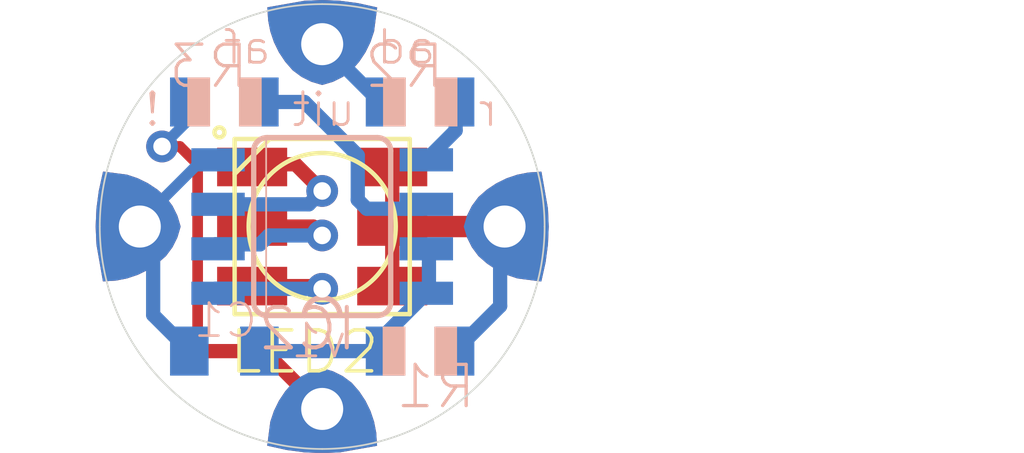
<source format=kicad_pcb>
(kicad_pcb (version 20221018) (generator pcbnew)
  (layers (0 "F.Cu" signal) (1 "In1.Cu" signal) (2 "In2.Cu" signal) (3 "In3.Cu" signal) (4 "In4.Cu" signal) (5 "In5.Cu" signal) (6 "In6.Cu" signal) (7 "In7.Cu" signal) (8 "In8.Cu" signal) (9 "In9.Cu" signal) (10 "In10.Cu" signal) (11 "In11.Cu" signal) (12 "In12.Cu" signal) (13 "In13.Cu" signal) (14 "In14.Cu" signal) (31 "B.Cu" signal) (34 "B.Paste" user) (35 "F.Paste" user) (36 "B.SilkS" user "B.Silkscreen") (37 "F.SilkS" user "F.Silkscreen") (38 "B.Mask" user) (39 "F.Mask" user) (44 "Edge.Cuts" user))
  (net 0 "")
  (net 1 "GND")
  (net 2 "VDD")
  (net 3 "N$1")
  (net 4 "N$3")
  (net 5 "N$4")
  (net 6 "N$5")
  (net 7 "N$6")
  (net 8 "N$7")
  (net 9 "N$8")
  (net 10 "N$2")
  (footprint "working:RGBLED5050" (layer "F.Cu") (at 148.5011 105.0036 180)
    (fp_text reference "LED2" (at -1.7 -2.9 180) (layer "F.SilkS") (effects (font (size 1.1684 1.1684) (thickness 0.1016)) (justify right top)))
    (fp_text value "RGBLED5050")
    (fp_line (start -2.5 -2.5) (end 2.5 -2.5) (stroke (width 0.127)) (layer "F.SilkS"))
    (fp_line (start -2.5 2.5) (end -2.5 -2.5) (stroke (width 0.127)) (layer "F.SilkS"))
    (fp_line (start 1.5 2.5) (end -2.5 2.5) (stroke (width 0.127)) (layer "F.SilkS"))
    (fp_line (start 1.5 2.5) (end 2.5 1.5) (stroke (width 0.127)) (layer "F.SilkS"))
    (fp_line (start 2.5 -2.5) (end 2.5 1.5) (stroke (width 0.127)) (layer "F.SilkS"))
    (fp_line (start 2.5 1.5) (end 2.5 2.5) (stroke (width 0.127)) (layer "F.SilkS"))
    (fp_line (start 2.5 2.5) (end 1.5 2.5) (stroke (width 0.127)) (layer "F.SilkS"))
    (fp_circle (center 0 0) (end 2.1 0) (stroke (width 0.127)) (fill none) (layer "F.SilkS"))
    (fp_circle (center 2.934 2.688) (end 3.0754 2.688) (stroke (width 0.127)) (fill none) (layer "F.SilkS"))
    (pad "1" smd rect (at -2 -1.7 180) (size 2 1.1) (layers "F.Cu" "F.Paste" "F.Mask") (net 2 "VDD"))
    (pad "2" smd rect (at -2 0 180) (size 2 1.1) (layers "F.Cu" "F.Paste" "F.Mask") (net 2 "VDD"))
    (pad "3" smd rect (at -2 1.7 180) (size 2 1.1) (layers "F.Cu" "F.Paste" "F.Mask") (net 2 "VDD"))
    (pad "4" smd rect (at 2 1.7 180) (size 2 1.1) (layers "F.Cu" "F.Paste" "F.Mask") (net 3 "N$1"))
    (pad "5" smd rect (at 2 0 180) (size 2 1.1) (layers "F.Cu" "F.Paste" "F.Mask") (net 10 "N$2"))
    (pad "6" smd rect (at 2 -1.7 180) (size 2 1.1) (layers "F.Cu" "F.Paste" "F.Mask") (net 4 "N$3"))
  )
  (footprint "working:SEWINGTAP_0.5" (layer "F.Cu") (at 143.2941 105.0036 90)
    (fp_text reference "GND0" hide)
    (fp_text value "SEWTAP0.5IN" hide)
    (fp_poly (pts (xy 0.510656 -1.238743) (xy 1.017424 -1.172026) (xy 1.570433 -1.049427) (xy 1.481621 -0.363766) (xy 1.377917 -0.056151) (xy 1.23587 0.233416) (xy 1.057243 0.501965) (xy 0.843327 0.746924) (xy 0.591455 0.933744) (xy 0.312122 1.07341) (xy 0 1.16625) (xy -0.312122 1.07341) (xy -0.591455 0.933744) (xy -0.843327 0.746924) (xy -1.057243 0.501967) (xy -1.235871 0.233417) (xy -1.377917 -0.056152) (xy -1.480952 -0.361783) (xy -1.543214 -0.678249) (xy -1.566969 -1.052671) (xy -0.512044 -1.238682) (xy 0 -1.261038)) (fill solid) (layer "F.Cu"))
    (fp_poly (pts (xy 0.510656 -1.238743) (xy 1.017424 -1.172026) (xy 1.570433 -1.049427) (xy 1.481621 -0.363766) (xy 1.377917 -0.056151) (xy 1.23587 0.233416) (xy 1.057243 0.501965) (xy 0.843327 0.746924) (xy 0.591455 0.933744) (xy 0.312122 1.07341) (xy 0 1.16625) (xy -0.312122 1.07341) (xy -0.591455 0.933744) (xy -0.843327 0.746924) (xy -1.057243 0.501967) (xy -1.235871 0.233417) (xy -1.377917 -0.056152) (xy -1.480952 -0.361783) (xy -1.543214 -0.678249) (xy -1.566969 -1.052671) (xy -0.512044 -1.238682) (xy 0 -1.261038)) (fill solid) (layer "B.Cu"))
    (pad "TAP" thru_hole circle (at 0 0 90) (size 2.1844 2.1844) (drill 1.2) (layers "*.Cu" "*.Mask") (net 1 "GND"))
  )
  (footprint "working:SEWINGTAP_0.5" (layer "F.Cu") (at 148.5011 99.7966)
    (fp_text reference "DATA_OUTPUT0" hide)
    (fp_text value "SEWTAP0.5IN" hide)
    (fp_poly (pts (xy 0.510656 -1.238743) (xy 1.017424 -1.172026) (xy 1.570433 -1.049427) (xy 1.481621 -0.363766) (xy 1.377917 -0.056151) (xy 1.23587 0.233416) (xy 1.057243 0.501965) (xy 0.843327 0.746924) (xy 0.591455 0.933744) (xy 0.312122 1.07341) (xy 0 1.16625) (xy -0.312122 1.07341) (xy -0.591455 0.933744) (xy -0.843327 0.746924) (xy -1.057243 0.501967) (xy -1.235871 0.233417) (xy -1.377917 -0.056152) (xy -1.480952 -0.361783) (xy -1.543214 -0.678249) (xy -1.566969 -1.052671) (xy -0.512044 -1.238682) (xy 0 -1.261038)) (fill solid) (layer "F.Cu"))
    (fp_poly (pts (xy 0.510656 -1.238743) (xy 1.017424 -1.172026) (xy 1.570433 -1.049427) (xy 1.481621 -0.363766) (xy 1.377917 -0.056151) (xy 1.23587 0.233416) (xy 1.057243 0.501965) (xy 0.843327 0.746924) (xy 0.591455 0.933744) (xy 0.312122 1.07341) (xy 0 1.16625) (xy -0.312122 1.07341) (xy -0.591455 0.933744) (xy -0.843327 0.746924) (xy -1.057243 0.501967) (xy -1.235871 0.233417) (xy -1.377917 -0.056152) (xy -1.480952 -0.361783) (xy -1.543214 -0.678249) (xy -1.566969 -1.052671) (xy -0.512044 -1.238682) (xy 0 -1.261038)) (fill solid) (layer "B.Cu"))
    (pad "TAP" thru_hole circle (at 0 0) (size 2.1844 2.1844) (drill 1.2) (layers "*.Cu" "*.Mask") (net 8 "N$7"))
  )
  (footprint "working:SEWINGTAP_0.5" (layer "F.Cu") (at 148.5011 110.2106 180)
    (fp_text reference "DATA_INPUT0" hide)
    (fp_text value "SEWTAP0.5IN" hide)
    (fp_poly (pts (xy 0.510656 -1.238743) (xy 1.017424 -1.172026) (xy 1.570433 -1.049427) (xy 1.481621 -0.363766) (xy 1.377917 -0.056151) (xy 1.23587 0.233416) (xy 1.057243 0.501965) (xy 0.843327 0.746924) (xy 0.591455 0.933744) (xy 0.312122 1.07341) (xy 0 1.16625) (xy -0.312122 1.07341) (xy -0.591455 0.933744) (xy -0.843327 0.746924) (xy -1.057243 0.501967) (xy -1.235871 0.233417) (xy -1.377917 -0.056152) (xy -1.480952 -0.361783) (xy -1.543214 -0.678249) (xy -1.566969 -1.052671) (xy -0.512044 -1.238682) (xy 0 -1.261038)) (fill solid) (layer "F.Cu"))
    (fp_poly (pts (xy 0.510656 -1.238743) (xy 1.017424 -1.172026) (xy 1.570433 -1.049427) (xy 1.481621 -0.363766) (xy 1.377917 -0.056151) (xy 1.23587 0.233416) (xy 1.057243 0.501965) (xy 0.843327 0.746924) (xy 0.591455 0.933744) (xy 0.312122 1.07341) (xy 0 1.16625) (xy -0.312122 1.07341) (xy -0.591455 0.933744) (xy -0.843327 0.746924) (xy -1.057243 0.501967) (xy -1.235871 0.233417) (xy -1.377917 -0.056152) (xy -1.480952 -0.361783) (xy -1.543214 -0.678249) (xy -1.566969 -1.052671) (xy -0.512044 -1.238682) (xy 0 -1.261038)) (fill solid) (layer "B.Cu"))
    (pad "TAP" thru_hole circle (at 0 0 180) (size 2.1844 2.1844) (drill 1.2) (layers "*.Cu" "*.Mask") (net 7 "N$6"))
  )
  (footprint "working:SEWINGTAP_0.5" (layer "F.Cu") (at 153.7081 105.0036 -90)
    (fp_text reference "VDD0" hide)
    (fp_text value "SEWTAP0.5IN" hide)
    (fp_poly (pts (xy 0.510656 -1.238743) (xy 1.017424 -1.172026) (xy 1.570433 -1.049427) (xy 1.481621 -0.363766) (xy 1.377917 -0.056151) (xy 1.23587 0.233416) (xy 1.057243 0.501965) (xy 0.843327 0.746924) (xy 0.591455 0.933744) (xy 0.312122 1.07341) (xy 0 1.16625) (xy -0.312122 1.07341) (xy -0.591455 0.933744) (xy -0.843327 0.746924) (xy -1.057243 0.501967) (xy -1.235871 0.233417) (xy -1.377917 -0.056152) (xy -1.480952 -0.361783) (xy -1.543214 -0.678249) (xy -1.566969 -1.052671) (xy -0.512044 -1.238682) (xy 0 -1.261038)) (fill solid) (layer "F.Cu"))
    (fp_poly (pts (xy 0.510656 -1.238743) (xy 1.017424 -1.172026) (xy 1.570433 -1.049427) (xy 1.481621 -0.363766) (xy 1.377917 -0.056151) (xy 1.23587 0.233416) (xy 1.057243 0.501965) (xy 0.843327 0.746924) (xy 0.591455 0.933744) (xy 0.312122 1.07341) (xy 0 1.16625) (xy -0.312122 1.07341) (xy -0.591455 0.933744) (xy -0.843327 0.746924) (xy -1.057243 0.501967) (xy -1.235871 0.233417) (xy -1.377917 -0.056152) (xy -1.480952 -0.361783) (xy -1.543214 -0.678249) (xy -1.566969 -1.052671) (xy -0.512044 -1.238682) (xy 0 -1.261038)) (fill solid) (layer "B.Cu"))
    (pad "TAP" thru_hole circle (at 0 0 270) (size 2.1844 2.1844) (drill 1.2) (layers "*.Cu" "*.Mask") (net 2 "VDD"))
  )
  (footprint "working:R0805" (layer "B.Cu") (at 151.2951 101.4476 180)
    (fp_text reference "R2" (at -0.762 1.016) (layer "B.SilkS") (effects (font (size 1.176528 1.176528) (thickness 0.093472)) (justify left mirror)))
    (fp_text value "22")
    (fp_poly (pts (xy -1.0668 -0.6985) (xy -0.4168 -0.6985) (xy -0.4168 0.7015) (xy -1.0668 0.7015)) (fill solid) (layer "B.SilkS"))
    (fp_poly (pts (xy 0.4064 -0.6985) (xy 1.0564 -0.6985) (xy 1.0564 0.7015) (xy 0.4064 0.7015)) (fill solid) (layer "B.SilkS"))
    (pad "1" smd rect (at -1 0 180) (size 1.1 1.4) (layers "B.Cu" "B.Paste" "B.Mask") (net 6 "N$5"))
    (pad "2" smd rect (at 1 0 180) (size 1.1 1.4) (layers "B.Cu" "B.Paste" "B.Mask") (net 8 "N$7"))
  )
  (footprint "working:R0805" (layer "B.Cu") (at 151.2951 108.5596)
    (fp_text reference "R1" (at -0.762 1.016) (layer "B.SilkS") (effects (font (size 1.176528 1.176528) (thickness 0.093472)) (justify right mirror)))
    (fp_text value "1.0K")
    (fp_poly (pts (xy -1.0668 -0.6985) (xy -0.4168 -0.6985) (xy -0.4168 0.7015) (xy -1.0668 0.7015)) (fill solid) (layer "B.SilkS"))
    (fp_poly (pts (xy 0.4064 -0.6985) (xy 1.0564 -0.6985) (xy 1.0564 0.7015) (xy 0.4064 0.7015)) (fill solid) (layer "B.SilkS"))
    (pad "1" smd rect (at -1 0) (size 1.1 1.4) (layers "B.Cu" "B.Paste" "B.Mask") (net 9 "N$8"))
    (pad "2" smd rect (at 1 0) (size 1.1 1.4) (layers "B.Cu" "B.Paste" "B.Mask") (net 2 "VDD"))
  )
  (footprint "working:R0805" (layer "B.Cu") (at 145.7071 101.4476 180)
    (fp_text reference "R3" (at -0.762 1.016) (layer "B.SilkS") (effects (font (size 1.176528 1.176528) (thickness 0.093472)) (justify left mirror)))
    (fp_text value "22")
    (fp_poly (pts (xy -1.0668 -0.6985) (xy -0.4168 -0.6985) (xy -0.4168 0.7015) (xy -1.0668 0.7015)) (fill solid) (layer "B.SilkS"))
    (fp_poly (pts (xy 0.4064 -0.6985) (xy 1.0564 -0.6985) (xy 1.0564 0.7015) (xy 0.4064 0.7015)) (fill solid) (layer "B.SilkS"))
    (pad "1" smd rect (at -1 0 180) (size 1.1 1.4) (layers "B.Cu" "B.Paste" "B.Mask") (net 5 "N$4"))
    (pad "2" smd rect (at 1 0 180) (size 1.1 1.4) (layers "B.Cu" "B.Paste" "B.Mask") (net 7 "N$6"))
  )
  (footprint "working:C0805K" (layer "B.Cu") (at 145.7071 108.5596 180)
    (fp_text reference "C1" (at -1 0.875) (layer "B.SilkS") (effects (font (size 0.941222 0.941222) (thickness 0.074778)) (justify left mirror)))
    (fp_text value "1uF")
    (pad "1" smd rect (at -1 0 180) (size 1.1 1.4) (layers "B.Cu" "B.Paste" "B.Mask") (net 9 "N$8"))
    (pad "2" smd rect (at 1 0 180) (size 1.1 1.4) (layers "B.Cu" "B.Paste" "B.Mask") (net 1 "GND"))
  )
  (footprint "working:SO08-SKINNYPADS" (layer "B.Cu") (at 148.5011 105.0036 90)
    (fp_text reference "IC2" (at -2.921 -1.905 180) (layer "B.SilkS") (effects (font (size 1.1557 1.1557) (thickness 0.1143)) (justify right mirror)))
    (fp_text value "WS2811-SOP8")
    (fp_line (start -2.54 -1.6002) (end 2.54 -1.6002) (stroke (width 0.0508)) (layer "B.SilkS"))
    (fp_line (start -2.54 1.5748) (end -2.54 -1.5748) (stroke (width 0.1524)) (layer "B.SilkS"))
    (fp_line (start -2.159 -1.9558) (end 2.159 -1.9558) (stroke (width 0.1524)) (layer "B.SilkS"))
    (fp_line (start 2.159 1.9558) (end -2.159 1.9558) (stroke (width 0.1524)) (layer "B.SilkS"))
    (fp_line (start 2.54 -1.5748) (end 2.54 1.5748) (stroke (width 0.1524)) (layer "B.SilkS"))
    (fp_arc (start -2.54 -1.5748) (mid -2.428408 -1.844208) (end -2.159 -1.9558) (stroke (width 0.1524)) (layer "B.SilkS"))
    (fp_arc (start -2.54 -0.508) (mid -2.032 0) (end -2.54 0.508) (stroke (width 0.1524)) (layer "B.SilkS"))
    (fp_arc (start -2.159 1.9558) (mid -2.428408 1.844208) (end -2.54 1.5748) (stroke (width 0.1524)) (layer "B.SilkS"))
    (fp_arc (start 2.159 -1.9558) (mid 2.428408 -1.844208) (end 2.54 -1.5748) (stroke (width 0.1524)) (layer "B.SilkS"))
    (fp_arc (start 2.54 1.5748) (mid 2.428408 1.844208) (end 2.159 1.9558) (stroke (width 0.1524)) (layer "B.SilkS"))
    (pad "1" smd rect (at -1.905 -2.9734 90) (size 0.6604 1.524) (layers "B.Cu" "B.Paste" "B.Mask") (net 4 "N$3"))
    (pad "2" smd rect (at -0.635 -2.9734 90) (size 0.6604 1.524) (layers "B.Cu" "B.Paste" "B.Mask") (net 10 "N$2"))
    (pad "3" smd rect (at 0.635 -2.9734 90) (size 0.6604 1.524) (layers "B.Cu" "B.Paste" "B.Mask") (net 3 "N$1"))
    (pad "4" smd rect (at 1.905 -2.9734 90) (size 0.6604 1.524) (layers "B.Cu" "B.Paste" "B.Mask") (net 1 "GND"))
    (pad "5" smd rect (at 1.905 2.9734 90) (size 0.6604 1.524) (layers "B.Cu" "B.Paste" "B.Mask") (net 6 "N$5"))
    (pad "6" smd rect (at 0.635 2.9734 90) (size 0.6604 1.524) (layers "B.Cu" "B.Paste" "B.Mask") (net 5 "N$4"))
    (pad "7" smd rect (at -0.635 2.9734 90) (size 0.6604 1.524) (layers "B.Cu" "B.Paste" "B.Mask") (net 9 "N$8"))
    (pad "8" smd rect (at -1.905 2.9734 90) (size 0.6604 1.524) (layers "B.Cu" "B.Paste" "B.Mask") (net 9 "N$8"))
  )
  (gr_arc (start 148.5011 98.6536) (mid 152.991199 100.513501) (end 154.8511 105.0036) (stroke (width 0.05)) (layer "Edge.Cuts"))
  (gr_arc (start 142.1511 105.0036) (mid 144.011001 100.513501) (end 148.5011 98.6536) (stroke (width 0.05)) (layer "Edge.Cuts"))
  (gr_arc (start 154.8511 105.0036) (mid 152.991199 109.493699) (end 148.5011 111.3536) (stroke (width 0.05)) (layer "Edge.Cuts"))
  (gr_arc (start 148.5011 111.3536) (mid 144.011001 109.493699) (end 142.1511 105.0036) (stroke (width 0.05)) (layer "Edge.Cuts"))
  (gr_text "uit" (at 149.5171 102.2096) (layer "B.SilkS") (effects (font (size 0.93472 0.93472) (thickness 0.08128)) (justify left bottom mirror)))
  (gr_text "v1" (at 149.2631 108.8136) (layer "B.SilkS") (effects (font (size 0.93472 0.93472) (thickness 0.08128)) (justify left bottom mirror)))
  (gr_text "af" (at 147.1041 100.4316) (layer "B.SilkS") (effects (font (size 0.93472 0.93472) (thickness 0.08128)) (justify left bottom mirror)))
  (gr_text "r" (at 153.5811 102.2096) (layer "B.SilkS") (effects (font (size 0.93472 0.93472) (thickness 0.08128)) (justify left bottom mirror)))
  (gr_text "ad" (at 151.8031 100.4316) (layer "B.SilkS") (effects (font (size 0.93472 0.93472) (thickness 0.08128)) (justify left bottom mirror)))
  (gr_text "!" (at 143.9291 102.2096) (layer "B.SilkS") (effects (font (size 0.93472 0.93472) (thickness 0.08128)) (justify left bottom mirror)))
  (segment (start 143.6751 105.2576) (end 143.6751 107.5276) (width 0.4064) (layer "B.Cu") (net 1))
  (segment (start 145.0721 103.0986) (end 143.2941 104.8766) (width 0.3048) (layer "B.Cu") (net 1))
  (segment (start 143.2941 105.0036) (end 143.5481 105.2576) (width 0.4064) (layer "B.Cu") (net 1))
  (segment (start 143.6751 107.5276) (end 144.7071 108.5596) (width 0.4064) (layer "B.Cu") (net 1))
  (segment (start 143.2941 104.8766) (end 143.2941 105.0036) (width 0.4064) (layer "B.Cu") (net 1))
  (segment (start 143.5481 105.2576) (end 143.6751 105.2576) (width 0.4064) (layer "B.Cu") (net 1))
  (segment (start 145.5277 103.0986) (end 145.0721 103.0986) (width 0.3048) (layer "B.Cu") (net 1))
  (segment (start 143.2941 104.8766) (end 143.1671 104.7496) (width 0.4064) (layer "B.Cu") (net 1))
  (segment (start 150.5331 103.4796) (end 150.5011 103.4476) (width 0.4064) (layer "F.Cu") (net 2))
  (segment (start 150.5011 105.0036) (end 150.5011 103.5116) (width 0.4064) (layer "F.Cu") (net 2))
  (segment (start 150.5011 103.5116) (end 150.5331 103.4796) (width 0.4064) (layer "F.Cu") (net 2))
  (segment (start 150.5011 105.0036) (end 150.5011 104.9086) (width 0.4064) (layer "F.Cu") (net 2))
  (segment (start 153.7081 105.0036) (end 153.4541 105.0036) (width 0.4064) (layer "F.Cu") (net 2))
  (segment (start 150.5011 104.9086) (end 150.5331 104.8766) (width 0.4064) (layer "F.Cu") (net 2))
  (segment (start 153.4541 105.0036) (end 150.5011 105.0036) (width 0.6096) (layer "F.Cu") (net 2))
  (segment (start 150.5011 105.0036) (end 150.5011 106.7036) (width 0.4064) (layer "F.Cu") (net 2))
  (segment (start 150.5011 103.4476) (end 150.5011 103.3036) (width 0.4064) (layer "F.Cu") (net 2))
  (segment (start 153.5811 105.0036) (end 153.7081 105.0036) (width 0.4064) (layer "B.Cu") (net 2))
  (segment (start 153.5811 107.2736) (end 153.5811 105.0036) (width 0.4064) (layer "B.Cu") (net 2))
  (segment (start 152.2951 108.5596) (end 153.5811 107.2736) (width 0.4064) (layer "B.Cu") (net 2))
  (segment (start 146.5011 103.3036) (end 146.4691 103.2716) (width 0.4064) (layer "F.Cu") (net 3))
  (segment (start 147.7391 103.2256) (end 148.5011 103.9876) (width 0.4064) (layer "F.Cu") (net 3))
  (segment (start 146.4691 103.2716) (end 146.4691 103.2256) (width 0.4064) (layer "F.Cu") (net 3))
  (segment (start 146.4691 103.2256) (end 147.7391 103.2256) (width 0.4064) (layer "F.Cu") (net 3))
  (via (at 148.5011 103.9876) (size 0.9064) (drill 0.5) (layers "F.Cu" "B.Cu") (net 3))
  (segment (start 148.1201 104.3686) (end 145.5277 104.3686) (width 0.4064) (layer "B.Cu") (net 3))
  (segment (start 148.5011 103.9876) (end 148.1201 104.3686) (width 0.4064) (layer "B.Cu") (net 3))
  (segment (start 146.5011 106.7036) (end 148.4231 106.7036) (width 0.4064) (layer "F.Cu") (net 4))
  (segment (start 148.4231 106.7036) (end 148.5011 106.7816) (width 0.4064) (layer "F.Cu") (net 4))
  (via (at 148.5011 106.7816) (size 0.9064) (drill 0.5) (layers "F.Cu" "B.Cu") (net 4))
  (segment (start 145.5277 106.8562) (end 145.5277 106.9086) (width 0.4064) (layer "B.Cu") (net 4))
  (segment (start 148.5011 106.7816) (end 145.4531 106.7816) (width 0.4064) (layer "B.Cu") (net 4))
  (segment (start 145.4531 106.7816) (end 145.5277 106.8562) (width 0.4064) (layer "B.Cu") (net 4))
  (segment (start 149.5171 102.9716) (end 147.9931 101.4476) (width 0.4064) (layer "B.Cu") (net 5))
  (segment (start 149.7711 104.4956) (end 149.5171 104.2416) (width 0.4064) (layer "B.Cu") (net 5))
  (segment (start 151.3475 104.4956) (end 151.4745 104.3686) (width 0.4064) (layer "B.Cu") (net 5))
  (segment (start 149.7711 104.4956) (end 151.3475 104.4956) (width 0.4064) (layer "B.Cu") (net 5))
  (segment (start 149.5171 104.2416) (end 149.5171 102.9716) (width 0.4064) (layer "B.Cu") (net 5))
  (segment (start 147.9931 101.4476) (end 146.7071 101.4476) (width 0.4064) (layer "B.Cu") (net 5))
  (segment (start 151.4745 103.0986) (end 152.3111 102.262) (width 0.4064) (layer "B.Cu") (net 6))
  (segment (start 152.3111 101.4476) (end 152.2951 101.4476) (width 0.4064) (layer "B.Cu") (net 6))
  (segment (start 152.3111 102.262) (end 152.3111 101.4476) (width 0.4064) (layer "B.Cu") (net 6))
  (segment (start 146.8501 108.5596) (end 148.5011 110.2106) (width 0.4064) (layer "F.Cu") (net 7))
  (segment (start 144.9451 108.3056) (end 145.1991 108.5596) (width 0.3048) (layer "F.Cu") (net 7))
  (segment (start 144.4371 102.7176) (end 144.9451 103.2256) (width 0.3048) (layer "F.Cu") (net 7))
  (segment (start 143.9291 102.7176) (end 144.4371 102.7176) (width 0.3048) (layer "F.Cu") (net 7))
  (segment (start 144.9451 103.2256) (end 144.9451 108.3056) (width 0.3048) (layer "F.Cu") (net 7))
  (segment (start 145.1991 108.5596) (end 146.8501 108.5596) (width 0.4064) (layer "F.Cu") (net 7))
  (via (at 143.9291 102.7176) (size 0.9064) (drill 0.5) (layers "F.Cu" "B.Cu") (net 7))
  (segment (start 144.7071 101.4476) (end 144.6911 101.4476) (width 0.3048) (layer "B.Cu") (net 7))
  (segment (start 144.6911 101.4476) (end 144.6911 101.9556) (width 0.3048) (layer "B.Cu") (net 7))
  (segment (start 144.6911 101.9556) (end 143.9291 102.7176) (width 0.3048) (layer "B.Cu") (net 7))
  (segment (start 150.1521 101.4476) (end 148.5011 99.7966) (width 0.4064) (layer "B.Cu") (net 8))
  (segment (start 150.2951 101.4476) (end 150.1521 101.4476) (width 0.4064) (layer "B.Cu") (net 8))
  (segment (start 150.2791 108.104) (end 151.4745 106.9086) (width 0.4064) (layer "B.Cu") (net 9))
  (segment (start 151.4745 106.9086) (end 151.5491 106.9086) (width 0.4064) (layer "B.Cu") (net 9))
  (segment (start 150.2791 108.5436) (end 150.2791 108.104) (width 0.4064) (layer "B.Cu") (net 9))
  (segment (start 151.5491 105.6386) (end 151.4745 105.6386) (width 0.4064) (layer "B.Cu") (net 9))
  (segment (start 151.5491 106.9086) (end 151.5491 105.6386) (width 0.4064) (layer "B.Cu") (net 9))
  (segment (start 150.2951 108.5596) (end 150.2791 108.5436) (width 0.4064) (layer "B.Cu") (net 9))
  (segment (start 146.7071 108.5596) (end 150.2951 108.5596) (width 0.4064) (layer "B.Cu") (net 9))
  (segment (start 148.2471 105.0036) (end 148.5011 105.2576) (width 0.4064) (layer "F.Cu") (net 10))
  (segment (start 146.5011 105.0036) (end 148.2471 105.0036) (width 0.4064) (layer "F.Cu") (net 10))
  (via (at 148.5011 105.2576) (size 0.9064) (drill 0.5) (layers "F.Cu" "B.Cu") (net 10))
  (segment (start 146.7231 105.5116) (end 145.4531 105.5116) (width 0.4064) (layer "B.Cu") (net 10))
  (segment (start 148.5011 105.2576) (end 146.9771 105.2576) (width 0.4064) (layer "B.Cu") (net 10))
  (segment (start 145.5277 105.5862) (end 145.5277 105.6386) (width 0.4064) (layer "B.Cu") (net 10))
  (segment (start 145.4531 105.5116) (end 145.5277 105.5862) (width 0.4064) (layer "B.Cu") (net 10))
  (segment (start 146.9771 105.2576) (end 146.7231 105.5116) (width 0.4064) (layer "B.Cu") (net 10))
)
</source>
